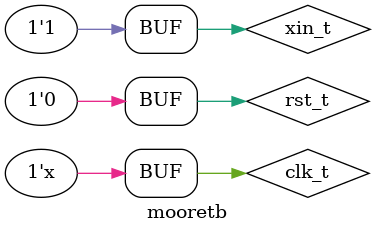
<source format=v>
module mooretb;
    reg clk_t, rst_t, xin_t;
    wire zout_t;

    moore dut (.clk(clk_t), .rst(rst_t), .xin(xin_t), .zout(zout_t));

    initial begin
        clk_t = 1'b1;
        rst_t = 1'b1;
        #100 rst_t = 1'b0;
        xin_t = 1'b1;
        #100 xin_t = 1'b0;
        #100 xin_t = 1'b1;
        #100 xin_t = 1'b1;
        #100 xin_t = 1'b1;
        #100 xin_t = 1'b0;
        #100 xin_t = 1'b1;
        #100 xin_t = 1'b1;
    end

    always #50 clk_t = ~clk_t;

endmodule

</source>
